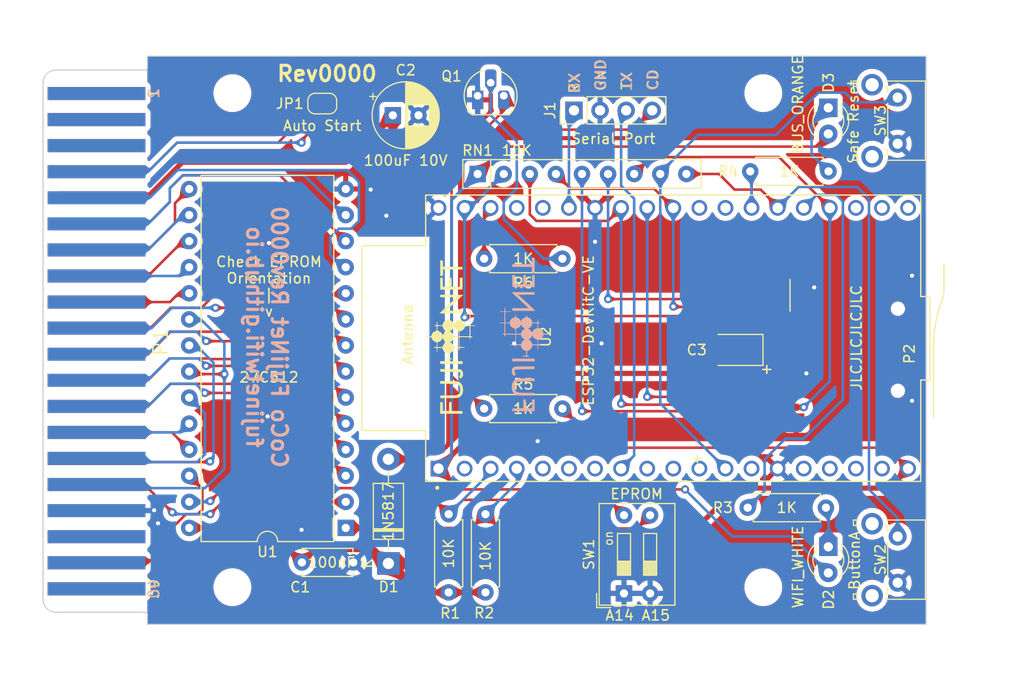
<source format=kicad_pcb>
(kicad_pcb (version 20240108) (generator "pcbnew") (generator_version "8.0")
  (title_block (title "CoCo FujiNet") (date "2024-08-25") (rev "Rev 0000"))
  (layers (0 "F.Cu" signal) (31 "B.Cu" signal) (34 "B.Paste" user) (35 "F.Paste" user) (36 "B.SilkS" user "B.Silkscreen") (37 "F.SilkS" user "F.Silkscreen") (38 "B.Mask" user) (39 "F.Mask" user) (44 "Edge.Cuts" user))
  (net 0 "")
  (net 1 "+3.3V")
  (net 2 "GND")
  (net 3 "+5V")
  (net 4 "Net-(D3-K)")
  (net 5 "/SER_PIN2_RX")
  (net 6 "/SER_PIN4_TX")
  (net 7 "/IO5{slash}SPI_CS")
  (net 8 "/IO23{slash}SPI_MOSI")
  (net 9 "/IO18{slash}SPI_CLK")
  (net 10 "/IO19{slash}SPI_MISO")
  (net 11 "/IO15{slash}CD")
  (net 12 "/IO2{slash}LED_WIFI")
  (net 13 "/IO4{slash}LED_BUS")
  (net 14 "/IO14{slash}SAFE_RESET")
  (net 16 "Net-(Q1-B)")
  (net 17 "Net-(U2-IO22)")
  (net 33 "/SER_PIN1_CD")
  (net 34 "/IO0{slash}BUTTON_A")
  (net 35 "/D0")
  (net 36 "/D1")
  (net 37 "/D2")
  (net 38 "/D3")
  (net 39 "/D4")
  (net 40 "/D5")
  (net 41 "/D6")
  (net 42 "/D7")
  (net 44 "/Q")
  (net 45 "/~{CART}")
  (net 46 "/A14")
  (net 47 "/A15")
  (net 48 "/CTS")
  (net 51 "/COCO_5V")
  (net 52 "Net-(D2-K)")
  (net 60 "Net-(P1-A0)")
  (net 61 "Net-(P1-A1)")
  (net 62 "Net-(P1-A2)")
  (net 63 "Net-(P1-A3)")
  (net 64 "Net-(P1-A4)")
  (net 65 "Net-(P1-A5)")
  (net 66 "Net-(P1-A6)")
  (net 67 "Net-(P1-A7)")
  (net 68 "Net-(P1-A8)")
  (net 69 "Net-(P1-A9)")
  (net 70 "Net-(P1-A10)")
  (net 71 "Net-(P1-A11)")
  (net 72 "Net-(P1-A12)")
  (net 75 "Net-(P1-A13)")
  (net 79 "Net-(P2-DAT2)")
  (net 80 "Net-(P2-DAT1)")
  (footprint "Package_DIP:DIP-28_W15.24mm" (layer "F.Cu") (at 127.493 108.1445 180)
    (property "Reference" "U1")
    (property "Value" "27C512")
  )
  (footprint "LED_THT:LED_D3.0mm" (layer "F.Cu") (at 174.478 109.9872 -90)
    (property "Reference" "D2")
    (property "Value" "WIFI_WHITE")
  )
  (footprint "Button_Switch_THT:SW_Tactile_SPST_Angled_PTS645Vx58-2LFS" (layer "F.Cu") (at 181.229 108.9872 -90)
    (property "Reference" "SW2")
    (property "Value" "ButtonA")
  )
  (footprint "Button_Switch_THT:SW_DIP_SPSTx02_Slide_9.78x7.26mm_W7.62mm_P2.54mm" (layer "F.Cu") (at 154.5844 114.5286 90)
    (property "Reference" "SW1")
    (property "Value" "EPROM")
  )
  (footprint "Connector_PinHeader_2.54mm:PinHeader_1x04_P2.54mm_Vertical" (layer "F.Cu") (at 149.713 67.4645 90)
    (property "Reference" "J1")
    (property "Value" "Serial Port")
  )
  (footprint "MountingHole:MountingHole_3.2mm_M3" (layer "F.Cu") (at 168.148 113.919 180)
    (property "Reference" "H1" (hide yes))
    (property "Value" "MountingHole" (hide yes))
  )
  (footprint "LED_THT:LED_D3.0mm" (layer "F.Cu") (at 174.478 67.2145 -90)
    (property "Reference" "D3")
    (property "Value" "BUS_ORANGE")
  )
  (footprint "Resistor_THT:R_Axial_DIN0207_L6.3mm_D2.5mm_P7.62mm_Horizontal" (layer "F.Cu") (at 137.5156 106.807 -90)
    (property "Reference" "R1")
    (property "Value" "10K")
  )
  (footprint "ESP32-DEVKITC-32U:MODULE_ESP32-DEVKITC-32U" (layer "F.Cu") (at 159.375 89.662 90)
    (property "Reference" "U2")
    (property "Value" "ESP32-DevKitC-VE")
  )
  (footprint "Resistor_THT:R_Axial_DIN0207_L6.3mm_D2.5mm_P7.62mm_Horizontal" (layer "F.Cu") (at 174.244 106.172 180)
    (property "Reference" "R3")
    (property "Value" "1K")
  )
  (footprint "Capacitor_THT:CP_Radial_D6.3mm_P2.50mm" (layer "F.Cu") (at 132.08 67.945)
    (property "Reference" "C2")
    (property "Value" "100uF 10V")
  )
  (footprint "Diode_THT:D_DO-41_SOD81_P10.16mm_Horizontal" (layer "F.Cu") (at 131.6482 111.6076 90)
    (property "Reference" "D1")
    (property "Value" "1N5817")
  )
  (footprint "Jumper:SolderJumper-2_P1.3mm_Open_RoundedPad1.0x1.5mm" (layer "F.Cu") (at 125.207 66.802 180)
    (property "Reference" "JP1")
    (property "Value" "Auto Start")
  )
  (footprint "Capacitor_Tantalum_SMD:CP_EIA-3528-15_AVX-H_Pad1.50x2.35mm_HandSolder" (layer "F.Cu") (at 165.481 90.805 180)
    (property "Reference" "C3")
    (property "Value" "47uF 10v")
  )
  (footprint "Resistor_THT:R_Axial_DIN0207_L6.3mm_D2.5mm_P7.62mm_Horizontal" (layer "F.Cu") (at 141.097 106.807 -90)
    (property "Reference" "R2")
    (property "Value" "10K")
  )
  (footprint "Resistor_THT:R_Axial_DIN0207_L6.3mm_D2.5mm_P7.62mm_Horizontal" (layer "F.Cu") (at 174.498 73.406 180)
    (property "Reference" "R4")
    (property "Value" "1K")
  )
  (footprint "Resistor_THT:R_Axial_DIN0207_L6.3mm_D2.5mm_P7.62mm_Horizontal" (layer "F.Cu") (at 140.97 96.52)
    (property "Reference" "R5")
    (property "Value" "1K")
  )
  (footprint "Button_Switch_THT:SW_Tactile_SPST_Angled_PTS645Vx58-2LFS" (layer "F.Cu") (at 181.229 66.2145 -90)
    (property "Reference" "SW3")
    (property "Value" "Safe Reset")
  )
  (footprint "MountingHole:MountingHole_3.2mm_M3" (layer "F.Cu") (at 116.459 113.919)
    (property "Reference" "H4" (hide yes))
    (property "Value" "MountingHole" (hide yes))
  )
  (footprint "MountingHole:MountingHole_3.2mm_M3" (layer "F.Cu") (at 116.459 65.786)
    (property "Reference" "H3" (hide yes))
    (property "Value" "MountingHole" (hide yes))
  )
  (footprint "Resistor_THT:R_Array_SIP9" (layer "F.Cu") (at 140.335 73.66)
    (property "Reference" "RN1")
    (property "Value" "10K")
  )
  (footprint "Capacitor_THT:C_Disc_D4.7mm_W2.5mm_P5.00mm" (layer "F.Cu") (at 123.23 111.506)
    (property "Reference" "C1")
    (property "Value" "100nF")
  )
  (footprint "MountingHole:MountingHole_3.2mm_M3" (layer "F.Cu") (at 168.148 65.786 180)
    (property "Reference" "H2" (hide yes))
    (property "Value" "MountingHole" (hide yes))
  )
  (footprint "Package_TO_SOT_THT:TO-92_HandSolder" (layer "F.Cu") (at 140.335 66.04)
    (property "Reference" "Q1")
    (property "Value" "2N3904")
  )
  (footprint "LOGO" (layer "F.Cu") (at 137.795 89.535 90)
    (property "Reference" "G***" (hide yes))
    (property "Value" "LOGO" (hide yes))
  )
  (footprint "Tersteeg:COCO-CART" (layer "F.Cu") (at 98.024 63.27975 -90)
    (property "Reference" "P1")
    (property "Value" "COCO-CART")
    (fp_line (start 1.524 0) (end 51.816 0) (stroke (width 0.127)) (layer "Edge.Cuts"))
    (fp_line (start 53.086 -1.27) (end 53.086 -9.906) (stroke (width 0.127)) (layer "Edge.Cuts"))
    (fp_line (start 0.254 -9.906) (end 0.254 -1.27) (stroke (width 0.127)) (layer "Edge.Cuts"))
    (fp_arc (start 1.524 0) (mid 0.625974 -0.371974) (end 0.254 -1.27) (stroke (width 0.127)) (layer "Edge.Cuts"))
    (fp_arc (start 53.086 -1.27) (mid 52.714026 -0.371974) (end 51.816 0) (stroke (width 0.127)) (layer "Edge.Cuts"))
    (fp_arc (start 53.086 -9.906) (mid 53.160395 -10.085605) (end 53.34 -10.16) (stroke (width 0.127)) (layer "Edge.Cuts"))
    (fp_arc (start 0 -10.16) (mid 0.179605 -10.085605) (end 0.254 -9.906) (stroke (width 0.127)) (layer "Edge.Cuts"))
  )
  (footprint "ST-TF-003A:SUNTECH_ST-TF-003A" (layer "F.Cu") (at 176.078 91.1065 90)
    (property "Reference" "P2")
    (property "Value" "ST-TF-003A")
  )
  (footprint "Resistor_THT:R_Axial_DIN0207_L6.3mm_D2.5mm_P7.62mm_Horizontal" (layer "F.Cu") (at 148.59 81.915 180)
    (property "Reference" "R6")
    (property "Value" "1K")
  )
  (footprint "LOGO" (layer "B.Cu") (at 144.78 89.281 90)
    (property "Reference" "G***" (hide yes))
    (property "Value" "LOGO" (hide yes))
  )
  (gr_line (start 108.184 117.5425) (end 108.184 116.61975) (stroke (width 0.1)) (layer "Edge.Cuts"))
  (gr_line (start 184.003 62.1705) (end 108.184 62.1705) (stroke (width 0.1)) (layer "Edge.Cuts"))
  (gr_line (start 184.003 117.5425) (end 184.003 62.1705) (stroke (width 0.1)) (layer "Edge.Cuts"))
  (gr_line (start 108.184 62.1705) (end 108.184 63.27975) (stroke (width 0.1)) (layer "Edge.Cuts"))
  (gr_line (start 184.003 117.5425) (end 108.184 117.5425) (stroke (width 0.1)) (layer "Edge.Cuts"))
  (gr_text "RX" (at 149.078 63.6945 -90) (layer "B.SilkS") (effects (font (size 1 1)) (justify right bottom mirror)))
  (gr_text "CoCo FujiNet Rev0000\nfujinetwifi.github.io" (at 117.729 89.535 270) (layer "B.SilkS") (effects (font (size 1.5 1.5) (thickness 0.3) (bold yes)) (justify bottom mirror)))
  (gr_text "GND" (at 151.618 65.5995 -90) (layer "B.SilkS") (effects (font (size 1 1)) (justify left bottom mirror)))
  (gr_text "CD" (at 156.698 63.4405 -90) (layer "B.SilkS") (effects (font (size 1 1)) (justify right bottom mirror)))
  (gr_text "TX" (at 154.158 63.6945 -90) (layer "B.SilkS") (effects (font (size 1 1)) (justify right bottom mirror)))
  (gr_text "Check EPROM\nOrientation\n|\nv" (at 120.015 87.63 0) (layer "F.SilkS") (effects (font (size 1 1)) (justify bottom)))
  (gr_text "Antenna" (at 134.112 92.329 90) (layer "F.SilkS") (effects (font (size 1 1)) (justify left bottom)))
  (gr_text "+" (at 161.7272 101.4643 180) (layer "F.SilkS") (effects (font (size 1 1))))
  (gr_text "+" (at 167.767 93.218 0) (layer "F.SilkS") (effects (font (size 1 1)) (justify left bottom)))
  (gr_text "A14 A15" (at 152.6794 117.2464 0) (layer "F.SilkS") (effects (font (size 1 1)) (justify left bottom)))
  (gr_text "CD" (at 157.988 63.373 90) (layer "F.SilkS") (effects (font (size 1 1)) (justify right bottom)))
  (gr_text "GND" (at 152.908 65.659 90) (layer "F.SilkS") (effects (font (size 1 1)) (justify left bottom)))
  (gr_text "RX" (at 150.368 63.754 90) (layer "F.SilkS") (effects (font (size 1 1)) (justify right bottom)))
  (gr_text "JLCJLCJLCJLC" (at 177.8 94.869 90) (layer "F.SilkS") (effects (font (size 1 1)) (justify left bottom)))
  (gr_text "Rev0000" (at 120.65 64.77 0) (layer "F.SilkS") (effects (font (size 1.5 1.5) (thickness 0.3) (bold yes)) (justify left bottom)))
  (gr_text "TX" (at 155.448 63.627 90) (layer "F.SilkS") (effects (font (size 1 1)) (justify right bottom)))
  (segment (start 167.233 90.932) (end 170.5395 90.932) (width 0.5) (layer "F.Cu") (net 1))
  (segment (start 143.002 70.993) (end 140.335 73.66) (width 0.25) (layer "F.Cu") (net 1))
  (segment (start 139.827 99.06) (end 136.525 102.362) (width 0.5) (layer "F.Cu") (net 1))
  (segment (start 167.106 90.805) (end 164.82 93.091) (width 0.5) (layer "F.Cu") (net 1))
  (segment (start 138.557 104.394) (end 160.528 104.394) (width 0.25) (layer "F.Cu") (net 1))
  (segment (start 136.525 102.362) (end 138.557 104.394) (width 0.25) (layer "F.Cu") (net 1))
  (segment (start 142.24 99.06) (end 139.827 99.06) (width 0.5) (layer "F.Cu") (net 1))
  (segment (start 173.2395 70.993) (end 143.002 70.993) (width 0.25) (layer "F.Cu") (net 1))
  (segment (start 148.209 93.091) (end 142.24 99.06) (width 0.5) (layer "F.Cu") (net 1))
  (segment (start 164.82 93.091) (end 148.209 93.091) (width 0.5) (layer "F.Cu") (net 1))
  (segment (start 174.188 70.0445) (end 173.2395 70.993) (width 0.25) (layer "F.Cu") (net 1))
  (via (at 160.528 104.394) (size 0.8) (drill 0.4) (layers "F.Cu" "B.Cu") (net 1))
  (segment (start 165.1 108.966) (end 170.9168 108.966) (width 0.25) (layer "B.Cu") (net 1))
  (segment (start 136.525 102.362) (end 137.795 101.092) (width 0.3) (layer "B.Cu") (net 1))
  (segment (start 137.795 101.092) (end 137.795 76.2) (width 0.3) (layer "B.Cu") (net 1))
  (segment (start 137.795 76.2) (end 140.335 73.66) (width 0.3) (layer "B.Cu") (net 1))
  (segment (start 170.9168 108.966) (end 174.478 112.5272) (width 0.25) (layer "B.Cu") (net 1))
  (segment (start 160.528 104.394) (end 165.1 108.966) (width 0.25) (layer "B.Cu") (net 1))
  (via (at 173.101 84.709) (size 0.8) (drill 0.4) (layers "F.Cu" "B.Cu") (net 2))
  (via (at 119.888 97.282) (size 0.8) (drill 0.4) (layers "F.Cu" "B.Cu") (net 2))
  (via (at 129.921 75.184) (size 0.8) (drill 0.4) (layers "F.Cu" "B.Cu") (net 2))
  (via (at 151.765 80.264) (size 0.8) (drill 0.4) (layers "F.Cu" "B.Cu") (net 2))
  (via (at 120.015 80.391) (size 0.8) (drill 0.4) (layers "F.Cu" "B.Cu") (net 2))
  (via (at 123.19 108.331) (size 0.8) (drill 0.4) (layers "F.Cu" "B.Cu") (net 2))
  (via (at 109.22 107.696) (size 0.8) (drill 0.4) (layers "F.Cu" "B.Cu") (net 2))
  (via (at 146.177 99.695) (size 0.8) (drill 0.4) (layers "F.Cu" "B.Cu") (net 2))
  (via (at 182.626 95.758) (size 0.8) (drill 0.4) (layers "F.Cu" "B.Cu") (net 2))
  (via (at 182.626 83.566) (size 0.8) (drill 0.4) (layers "F.Cu" "B.Cu") (net 2))
  (via (at 152.4 90.17) (size 0.8) (drill 0.4) (layers "F.Cu" "B.Cu") (net 2))
  (via (at 143.891 90.17) (size 0.8) (drill 0.4) (layers "F.Cu" "B.Cu") (net 2))
  (via (at 131.445 77.724) (size 0.8) (drill 0.4) (layers "F.Cu" "B.Cu") (net 2))
  (via (at 108.839 106.426) (size 0.8) (drill 0.4) (layers "F.Cu" "B.Cu") (net 2))
  (via (at 172.339 93.091) (size 0.8) (drill 0.4) (layers "F.Cu" "B.Cu") (net 2))
  (segment (start 151.765 76.962) (end 151.765 80.264) (width 0.5) (layer "B.Cu") (net 2))
  (segment (start 152.4 100.33) (end 148.59 96.52) (width 0.25) (layer "F.Cu") (net 3))
  (segment (start 131.6482 111.6076) (end 134.4676 114.427) (width 0.5) (layer "F.Cu") (net 3))
  (segment (start 180.213 100.33) (end 152.4 100.33) (width 0.25) (layer "F.Cu") (net 3))
  (segment (start 123.23 111.506) (end 124.48 110.256) (width 0.5) (layer "F.Cu") (net 3))
  (segment (start 130.2966 110.256) (end 131.6482 111.6076) (width 0.5) (layer "F.Cu") (net 3))
  (segment (start 165.5318 104.267) (end 180.34 104.267) (width 0.5) (layer "F.Cu") (net 3))
  (segment (start 180.34 104.267) (end 182.245 102.362) (width 0.5) (layer "F.Cu") (net 3))
  (segment (start 158.1912 111.6076) (end 165.5318 104.267) (width 0.5) (layer "F.Cu") (net 3))
  (segment (start 137.5156 114.427) (end 141.097 114.427) (width 0.5) (layer "F.Cu") (net 3))
  (segment (start 131.6482 111.6076) (end 158.1912 111.6076) (width 0.5) (layer "F.Cu") (net 3))
  (segment (start 124.48 110.256) (end 130.2966 110.256) (width 0.5) (layer "F.Cu") (net 3))
  (segment (start 134.4676 114.427) (end 137.5156 114.427) (width 0.5) (layer "F.Cu") (net 3))
  (segment (start 112.253 108.1445) (end 119.8285 108.1445) (width 0.5) (layer "F.Cu") (net 3))
  (segment (start 123.19 111.506) (end 123.23 111.506) (width 0.5) (layer "F.Cu") (net 3))
  (segment (start 119.8285 108.1445) (end 123.19 111.506) (width 0.5) (layer "F.Cu") (net 3))
  (segment (start 182.245 102.362) (end 180.213 100.33) (width 0.25) (layer "F.Cu") (net 3))
  (segment (start 172.847 71.755) (end 172.847 68.8455) (width 0.25) (layer "B.Cu") (net 4))
  (segment (start 174.498 73.406) (end 172.847 71.755) (width 0.25) (layer "B.Cu") (net 4))
  (segment (start 172.847 68.8455) (end 174.188 67.5045) (width 0.25) (layer "B.Cu") (net 4))
  (segment (start 149.225 76.962) (end 149.225 67.9525) (width 0.25) (layer "B.Cu") (net 5))
  (segment (start 149.225 67.9525) (end 149.713 67.4645) (width 0.25) (layer "B.Cu") (net 5))
  (segment (start 155.575 101.092) (end 155.575 76.073) (width 0.25) (layer "B.Cu") (net 6))
  (segment (start 154.305 74.803) (end 154.305 67.9525) (width 0.25) (layer "B.Cu") (net 6))
  (segment (start 154.305 67.9525) (end 154.793 67.4645) (width 0.25) (layer "B.Cu") (net 6))
  (segment (start 155.575 76.073) (end 154.305 74.803) (width 0.25) (layer "B.Cu") (net 6))
  (segment (start 154.305 102.362) (end 155.575 101.092) (width 0.25) (layer "B.Cu") (net 6))
  (segment (start 159.385 86.577) (end 159.422 86.614) (width 0.25) (layer "F.Cu") (net 7))
  (segment (start 157.517 75.094) (end 149.389 75.094) (width 0.25) (layer "F.Cu") (net 7))
  (segment (start 159.422 86.614) (end 167.9755 86.614) (width 0.25) (layer "F.Cu") (net 7))
  (segment (start 170.048 88.6865) (end 170.748 88.6865) (width 0.25) (layer "F.Cu") (net 7))
  (segment (start 167.9755 86.614) (end 170.048 88.6865) (width 0.25) (layer "F.Cu") (net 7))
  (segment (start 159.385 76.962) (end 157.517 75.094) (width 0.25) (layer "F.Cu") (net 7))
  (segment (start 149.389 75.094) (end 147.955 73.66) (width 0.25) (layer "F.Cu") (net 7))
  (via (at 159.385 86.577) (size 0.8) (drill 0.4) (layers "F.Cu" "B.Cu") (net 7))
  (segment (start 159.385 86.577) (end 159.385 76.962) (width 0.25) (layer "B.Cu") (net 7))
  (segment (start 139.192 87.503) (end 167.64 87.503) (width 0.25) (layer "F.Cu") (net 8))
  (segment (start 169.9235 89.7865) (end 170.748 89.7865) (width 0.25) (layer "F.Cu") (net 8))
  (segment (start 167.64 87.503) (end 169.9235 89.7865) (width 0.25) (layer "F.Cu") (net 8))
  (segment (start 139.065 87.63) (end 139.192 87.503) (width 0.25) (layer "F.Cu") (net 8))
  (via (at 139.065 87.63) (size 0.8) (drill 0.4) (layers "F.Cu" "B.Cu") (net 8))
  (segment (start 139.065 87.63) (end 139.065 76.962) (width 0.25) (layer "B.Cu") (net 8))
  (segment (start 139.573 76.962) (end 142.875 73.66) (width 0.25) (layer "B.Cu") (net 8))
  (segment (start 156.845 95.377) (end 166.3075 95.377) (width 0.25) (layer "F.Cu") (net 9))
  (segment (start 169.698 91.9865) (end 170.748 91.9865) (width 0.25) (layer "F.Cu") (net 9))
  (segment (start 166.3075 95.377) (end 169.698 91.9865) (width 0.25) (layer "F.Cu") (net 9))
  (via (at 156.845 95.377) (size 0.8) (drill 0.4) (layers "F.Cu" "B.Cu") (net 9))
  (segment (start 156.845 95.377) (end 156.845 76.962) (width 0.25) (layer "B.Cu") (net 9))
  (segment (start 154.305 96.049) (end 154.395 96.139) (width 0.25) (layer "F.Cu") (net 10))
  (segment (start 166.624 96.139) (end 168.5765 94.1865) (width 0.25) (layer "F.Cu") (net 10))
  (segment (start 154.305 76.962) (end 153.035 78.232) (width 0.25) (layer "F.Cu") (net 10))
  (segment (start 154.395 96.139) (end 166.624 96.139) (width 0.25) (layer "F.Cu") (net 10))
  (segment (start 168.5765 94.1865) (end 170.748 94.1865) (width 0.25) (layer "F.Cu") (net 10))
  (segment (start 146.05 78.232) (end 145.415 77.597) (width 0.25) (layer "F.Cu") (net 10))
  (segment (start 145.415 77.597) (end 145.415 73.66) (width 0.25) (layer "F.Cu") (net 10))
  (segment (start 153.035 78.232) (end 146.05 78.232) (width 0.25) (layer "F.Cu") (net 10))
  (via (at 154.305 96.049) (size 0.8) (drill 0.4) (layers "F.Cu" "B.Cu") (net 10))
  (segment (start 154.305 96.049) (end 154.305 76.962) (width 0.25) (layer "B.Cu") (net 10))
  (segment (start 157.226 72.009) (end 155.575 73.66) (width 0.25) (layer "F.Cu") (net 11))
  (segment (start 174.625 76.962) (end 169.672 72.009) (width 0.25) (layer "F.Cu") (net 11))
  (segment (start 169.672 72.009) (end 157.226 72.009) (width 0.25) (layer "F.Cu") (net 11))
  (segment (start 172.084998 96.3865) (end 172.085 96.386498) (width 0.25) (layer "F.Cu") (net 11))
  (segment (start 170.748 96.3865) (end 172.084998 96.3865) (width 0.25) (layer "F.Cu") (net 11))
  (via (at 172.085 96.386498) (size 0.8) (drill 0.4) (layers "F.Cu" "B.Cu") (net 11))
  (segment (start 174.625 93.846498) (end 174.625 76.962) (width 0.25) (layer "B.Cu") (net 11))
  (segment (start 172.085 96.386498) (end 174.625 93.846498) (width 0.25) (layer "B.Cu") (net 11))
  (segment (start 172.085 76.962) (end 173.355 75.692) (width 0.25) (layer "B.Cu") (net 12))
  (segment (start 170.307 99.441) (end 168.275 101.473) (width 0.25) (layer "B.Cu") (net 12))
  (segment (start 175.256493 75.692) (end 175.895 76.330507) (width 0.25) (layer "B.Cu") (net 12))
  (segment (start 175.895 76.330507) (end 175.895 95.631) (width 0.25) (layer "B.Cu") (net 12))
  (segment (start 172.085 99.441) (end 170.307 99.441) (width 0.25) (layer "B.Cu") (net 12))
  (segment (start 168.275 101.473) (end 168.275 104.521) (width 0.25) (layer "B.Cu") (net 12))
  (segment (start 173.355 75.692) (end 175.256493 75.692) (width 0.25) (layer "B.Cu") (net 12))
  (segment (start 168.275 104.521) (end 166.624 106.172) (width 0.25) (layer "B.Cu") (net 12))
  (segment (start 175.895 95.631) (end 172.085 99.441) (width 0.25) (layer "B.Cu") (net 12))
  (segment (start 167.005 76.962) (end 167.005 73.533) (width 0.25) (layer "B.Cu") (net 13))
  (segment (start 158.115 73.533) (end 161.798 69.85) (width 0.25) (layer "B.Cu") (net 14))
  (segment (start 161.798 69.85) (end 169.3925 69.85) (width 0.25) (layer "B.Cu") (net 14))
  (segment (start 173.5073 65.7352) (end 176.0982 65.7352) (width 0.25) (layer "B.Cu") (net 14))
  (segment (start 158.115 96.012) (end 164.465 102.362) (width 0.25) (layer "B.Cu") (net 14))
  (segment (start 169.3925 69.85) (end 173.5073 65.7352) (width 0.25) (layer "B.Cu") (net 14))
  (segment (start 158.115 73.66) (end 158.115 96.012) (width 0.25) (layer "B.Cu") (net 14))
  (segment (start 177.038 66.675) (end 180.7685 66.675) (width 0.25) (layer "B.Cu") (net 14))
  (segment (start 158.115 73.66) (end 158.115 73.533) (width 0.25) (layer "B.Cu") (net 14))
  (segment (start 176.0982 65.7352) (end 177.038 66.675) (width 0.25) (layer "B.Cu") (net 14))
  (segment (start 142.875 76.330507) (end 144.145 75.060507) (width 0.25) (layer "B.Cu") (net 16))
  (segment (start 148.59 81.915) (end 146.754315 81.915) (width 0.25) (layer "B.Cu") (net 16))
  (segment (start 141.605 67.945) (end 141.605 64.77) (width 0.25) (layer "B.Cu") (net 16))
  (segment (start 144.145 75.060507) (end 144.145 70.485) (width 0.25) (layer "B.Cu") (net 16))
  (segment (start 146.754315 81.915) (end 142.875 78.035685) (width 0.25) (layer "B.Cu") (net 16))
  (segment (start 144.145 70.485) (end 141.605 67.945) (width 0.25) (layer "B.Cu") (net 16))
  (segment (start 142.875 78.035685) (end 142.875 76.330507) (width 0.25) (layer "B.Cu") (net 16))
  (segment (start 140.97 77.597) (end 140.97 81.915) (width 0.25) (layer "F.Cu") (net 17))
  (segment (start 141.605 76.962) (end 140.97 77.597) (width 0.25) (layer "F.Cu") (net 17))
  (segment (start 155.4555 69.342) (end 157.333 67.4645) (width 0.25) (layer "F.Cu") (net 33))
  (segment (start 142.875 66.04) (end 146.177 69.342) (width 0.25) (layer "F.Cu") (net 33))
  (segment (start 140.97 96.52) (end 137.795 93.345) (width 0.25) (layer "F.Cu") (net 33))
  (segment (start 146.177 69.342) (end 155.4555 69.342) (width 0.25) (layer "F.Cu") (net 33))
  (segment (start 137.795 93.345) (end 137.795 72.5805) (width 0.25) (layer "F.Cu") (net 33))
  (segment (start 142.875 67.5005) (end 142.875 66.04) (width 0.25) (layer "F.Cu") (net 33))
  (segment (start 137.795 72.5805) (end 142.875 67.5005) (width 0.25) (layer "F.Cu") (net 33))
  (segment (start 167.894 75.184) (end 165.354 75.184) (width 0.25) (layer "F.Cu") (net 34))
  (segment (start 169.545 76.835) (end 167.894 75.184) (width 0.25) (layer "F.Cu") (net 34))
  (segment (start 165.354 75.184) (end 163.83 73.66) (width 0.25) (layer "F.Cu") (net 34))
  (segment (start 169.545 76.962) (end 169.545 76.835) (width 0.25) (layer "F.Cu") (net 34))
  (segment (start 163.83 73.66) (end 160.655 73.66) (width 0.25) (layer "F.Cu") (net 34))
  (segment (start 171.577 74.93) (end 177.292 74.93) (width 0.25) (layer "B.Cu") (net 34))
  (segment (start 178.435 76.073) (end 178.435 104.394) (width 0.25) (layer "B.Cu") (net 34))
  (segment (start 178.435 104.394) (end 181.229 107.188) (width 0.25) (layer "B.Cu") (net 34))
  (segment (start 181.229 107.188) (end 181.229 109.038) (width 0.25) (layer "B.Cu") (net 34))
  (segment (start 169.545 76.962) (end 171.577 74.93) (width 0.25) (layer "B.Cu") (net 34))
  (segment (start 177.292 74.93) (end 178.435 76.073) (width 0.25) (layer "B.Cu") (net 34))
  (segment (start 128.778 78.232) (end 128.016 78.994) (width 0.25) (layer "B.Cu") (net 35))
  (segment (start 128.778 74.422) (end 128.778 78.232) (width 0.25) (layer "B.Cu") (net 35))
  (segment (start 127.1945 82.7445) (end 127.742 82.7445) (width 0.25) (layer "B.Cu") (net 35))
  (segment (start 103.231 75.97975) (end 108.42425 75.97975) (width 0.25) (layer "B.Cu") (net 35))
  (segment (start 125.984 81.534) (end 127.1945 82.7445) (width 0.25) (layer "B.Cu") (net 35))
  (segment (start 125.984 79.832509) (end 125.984 81.534) (width 0.25) (layer "B.Cu") (net 35))
  (segment (start 108.42425 75.97975) (end 111.125 73.279) (width 0.25) (layer "B.Cu") (net 35))
  (segment (start 126.822509 78.994) (end 125.984 79.832509) (width 0.25) (layer "B.Cu") (net 35))
  (segment (start 128.016 78.994) (end 126.822509 78.994) (width 0.25) (layer "B.Cu") (net 35))
  (segment (start 127.635 73.279) (end 128.778 74.422) (width 0.25) (layer "B.Cu") (net 35))
  (segment (start 111.125 73.279) (end 127.635 73.279) (width 0.25) (layer "B.Cu") (net 35))
  (segment (start 121.0755 73.787) (end 127.493 80.2045) (width 0.25) (layer "F.Cu") (net 36))
  (segment (start 109.4538 77.30945) (end 109.4538 77.287304) (width 0.25) (layer "F.Cu") (net 36))
  (segment (start 109.4538 77.287304) (end 110.363 76.378104) (width 0.25) (layer "F.Cu") (net 36))
  (segment (start 103.231 78.51975) (end 108.2435 78.51975) (width 0.25) (layer "F.Cu") (net 36))
  (segment (start 110.363 75.057) (end 111.633 73.787) (width 0.25) (layer "F.Cu") (net 36))
  (segment (start 108.2435 78.51975) (end 109.4538 77.30945) (width 0.25) (layer "F.Cu") (net 36))
  (segment (start 111.633 73.787) (end 121.0755 73.787) (width 0.25) (layer "F.Cu") (net 36))
  (segment (start 110.363 76.378104) (end 110.363 75.057) (width 0.25) (layer "F.Cu") (net 36))
  (segment (start 108.2435 78.51975) (end 110.363 76.40025) (width 0.25) (layer "B.Cu") (net 37))
  (segment (start 110.363 75.057) (end 111.633 73.787) (width 0.25) (layer "B.Cu") (net 37))
  (segment (start 111.633 73.787) (end 123.444 73.787) (width 0.25) (layer "B.Cu") (net 37))
  (segment (start 110.363 76.40025) (end 110.363 75.057) (width 0.25) (layer "B.Cu") (net 37))
  (segment (start 103.231 78.51975) (end 108.2435 78.51975) (width 0.25) (layer "B.Cu") (net 37))
  (segment (start 123.444 73.787) (end 127.3215 77.6645) (width 0.25) (layer "B.Cu") (net 37))
  (segment (start 110.871 78.43225) (end 108.2435 81.05975) (width 0.25) (layer "F.Cu") (net 38))
  (segment (start 110.871 76.5065) (end 110.871 78.43225) (width 0.25) (layer "F.Cu") (net 38))
  (segment (start 108.2435 81.05975) (end 103.231 81.05975) (width 0.25) (layer "F.Cu") (net 38))
  (segment (start 112.253 75.1245) (end 110.871 76.5065) (width 0.25) (layer "F.Cu") (net 38))
  (segment (start 108.2435 81.05975) (end 103.231 81.05975) (width 0.25) (layer "B.Cu") (net 39))
  (segment (start 111.63875 77.6645) (end 108.2435 81.05975) (width 0.25) (layer "B.Cu") (net 39))
  (segment (start 111.63875 80.2045) (end 108.2435 83.59975) (width 0.25) (layer "F.Cu") (net 40))
  (segment (start 108.2435 83.59975) (end 103.231 83.59975) (width 0.25) (layer "F.Cu") (net 40))
  (segment (start 112.253 82.7445) (end 111.39775 83.59975) (width 0.25) (layer "B.Cu") (net 41))
  (segment (start 111.39775 83.59975) (end 103.231 83.59975) (width 0.25) (layer "B.Cu") (net 41))
  (segment (start 111.230604 85.2845) (end 110.375354 86.13975) (width 0.25) (layer "F.Cu") (net 42))
  (segment (start 110.375354 86.13975) (end 103.231 86.13975) (width 0.25) (layer "F.Cu") (net 42))
  (segment (start 112.253 85.2845) (end 111.230604 85.2845) (width 0.25) (layer "F.Cu") (net 42))
  (segment (start 124.557 66.963) (end 124.557 66.802) (width 0.25) (layer "F.Cu") (net 44))
  (segment (start 111.07125 70.612) (end 120.908 70.612) (width 0.25) (layer "F.Cu") (net 44))
  (segment (start 108.2435 73.43975) (end 111.07125 70.612) (width 0.25) (layer "F.Cu") (net 44))
  (segment (start 103.231 73.43975) (end 108.2435 73.43975) (width 0.25) (layer "F.Cu") (net 44))
  (segment (start 120.908 70.612) (end 124.557 66.963) (width 0.25) (layer "F.Cu") (net 44))
  (segment (start 125.857 67.713) (end 125.857 66.802) (width 0.25) (layer "F.Cu") (net 45))
  (segment (start 123.19 70.612653) (end 123.19 70.38) (width 0.25) (layer "F.Cu") (net 45))
  (segment (start 123.19 70.38) (end 125.857 67.713) (width 0.25) (layer "F.Cu") (net 45))
  (via (at 123.19 70.612653) (size 0.8) (drill 0.4) (layers "F.Cu" "B.Cu") (net 45))
  (segment (start 123.19 70.612653) (end 123.177347 70.6) (width 0.25) (layer "B.Cu") (net 45))
  (segment (start 111.08325 70.6) (end 108.2435 73.43975) (width 0.25) (layer "B.Cu") (net 45))
  (segment (start 123.177347 70.6) (end 111.08325 70.6) (width 0.25) (layer "B.Cu") (net 45))
  (segment (start 108.2435 73.43975) (end 103.231 73.43975) (width 0.25) (layer "B.Cu") (net 45))
  (segment (start 137.5156 106.807) (end 138.9126 105.41) (width 0.25) (layer "F.Cu") (net 46))
  (segment (start 134.9756 104.267) (end 137.5156 106.807) (width 0.25) (layer "F.Cu") (net 46))
  (segment (start 153.0858 105.41) (end 154.5844 106.9086) (width 0.25) (layer "F.Cu") (net 46))
  (segment (start 138.9126 105.41) (end 153.0858 105.41) (width 0.25) (layer "F.Cu") (net 46))
  (segment (start 114.3 105.537) (end 115.57 104.267) (width 0.25) (layer "F.Cu") (net 46))
  (segment (start 115.57 104.267) (end 134.9756 104.267) (width 0.25) (layer "F.Cu") (net 46))
  (via (at 114.3 105.537) (size 0.8) (drill 0.4) (layers "F.Cu" "B.Cu") (net 46))
  (segment (start 112.253 105.6045) (end 114.2325 105.6045) (width 0.25) (layer "B.Cu") (net 46))
  (segment (start 141.605 102.7176) (end 141.605 102.362) (width 0.25) (layer "B.Cu") (net 46))
  (segment (start 114.2325 105.6045) (end 114.3 105.537) (width 0.25) (layer "B.Cu") (net 46))
  (segment (start 137.5156 106.807) (end 141.605 102.7176) (width 0.25) (layer "B.Cu") (net 46))
  (segment (start 127.493 108.1445) (end 139.7595 108.1445) (width 0.25) (layer "F.Cu") (net 47))
  (segment (start 155.829 108.204) (end 157.1244 106.9086) (width 0.25) (layer "F.Cu") (net 47))
  (segment (start 141.097 106.807) (end 142.494 108.204) (width 0.25) (layer "F.Cu") (net 47))
  (segment (start 139.7595 108.1445) (end 141.097 106.807) (width 0.25) (layer "F.Cu") (net 47))
  (segment (start 142.494 108.204) (end 155.829 108.204) (width 0.25) (layer "F.Cu") (net 47))
  (segment (start 141.097 106.807) (end 144.145 103.759) (width 0.25) (layer "B.Cu") (net 47))
  (segment (start 144.145 103.759) (end 144.145 102.362) (width 0.25) (layer "B.Cu") (net 47))
  (segment (start 115.677 93.1585) (end 112.507 93.1585) (width 0.25) (layer "F.Cu") (net 48))
  (via (at 115.677 93.1585) (size 0.8) (drill 0.4) (layers "F.Cu" "B.Cu") (net 48))
  (segment (start 113.38437 87.8245) (end 115.677 90.11713) (width 0.25) (layer "B.Cu") (net 48))
  (segment (start 112.253 87.8245) (end 113.38437 87.8245) (width 0.25) (layer "B.Cu") (net 48))
  (segment (start 115.677 93.1585) (end 115.677 102.382) (width 0.25) (layer "B.Cu") (net 48))
  (segment (start 115.677 90.11713) (end 115.677 93.1585) (width 0.25) (layer "B.Cu") (net 48))
  (segment (start 103.57825 104.267) (end 103.231 103.91975) (width 0.25) (layer "B.Cu") (net 48))
  (segment (start 115.677 102.382) (end 113.792 104.267) (width 0.25) (layer "B.Cu") (net 48))
  (segment (start 113.792 104.267) (end 103.57825 104.267) (width 0.25) (layer "B.Cu") (net 48))
  (segment (start 134.74065 101.4476) (end 131.6482 101.4476) (width 0.5) (layer "F.Cu") (net 51))
  (segment (start 136.525 79.375) (end 136.525 99.66325) (width 0.5) (layer "F.Cu") (net 51))
  (segment (start 127.508 72.517) (end 132.08 67.945) (width 0.5) (layer "F.Cu") (net 51))
  (segment (start 104.374 75.97975) (end 108.1305 75.97975) (width 0.5) (layer "F.Cu") (net 51))
  (segment (start 111.59325 72.517) (end 127.508 72.517) (width 0.5) (layer "F.Cu") (net 51))
  (segment (start 132.08 67.945) (end 132.08 74.93) (width 0.5) (layer "F.Cu") (net 51))
  (segment (start 132.08 74.93) (end 136.525 79.375) (width 0.5) (layer "F.Cu") (net 51))
  (segment (start 136.525 99.66325) (end 134.74065 101.4476) (width 0.5) (layer "F.Cu") (net 51))
  (segment (start 108.1305 75.97975) (end 111.59325 72.517) (width 0.5) (layer "F.Cu") (net 51))
  (segment (start 174.498 106.426) (end 174.498 110.0295) (width 0.25) (layer "B.Cu") (net 52))
  (segment (start 114.736745 85.4115) (end 113.448745 86.6995) (width 0.25) (layer "F.Cu") (net 60))
  (segment (start 113.448745 86.6995) (end 110.452 86.6995) (width 0.25) (layer "F.Cu") (net 60))
  (segment (start 110.452 86.6995) (end 108.47175 88.67975) (width 0.25) (layer "F.Cu") (net 60))
  (segment (start 108.47175 88.67975) (end 103.231 88.67975) (width 0.25) (layer "F.Cu") (net 60))
  (segment (start 127.366 85.4115) (end 114.736745 85.4115) (width 0.25) (layer "F.Cu") (net 60))
  (segment (start 126.35 86.6815) (end 127.493 87.8245) (width 0.25) (layer "F.Cu") (net 61))
  (segment (start 114.808 86.6995) (end 126.327 86.6995) (width 0.25) (layer "F.Cu") (net 61))
  (segment (start 126.327 86.6995) (end 126.345 86.6815) (width 0.25) (layer "F.Cu") (net 61))
  (segment (start 126.345 86.6815) (end 126.35 86.6815) (width 0.25) (layer "F.Cu") (net 61))
  (via (at 114.808 86.6995) (size 0.8) (drill 0.4) (layers "F.Cu" "B.Cu") (net 61))
  (segment (start 110.562809 86.6995) (end 108.582559 88.67975) (width 0.25) (layer "B.Cu") (net 61))
  (segment (start 114.808 86.6995) (end 110.562809 86.6995) (width 0.25) (layer "B.Cu") (net 61))
  (segment (start 108.582559 88.67975) (end 103.231 88.67975) (width 0.25) (layer "B.Cu") (net 61))
  (segment (start 108.2435 91.21975) (end 110.43625 89.027) (width 0.25) (layer "F.Cu") (net 62))
  (segment (start 110.43625 89.027) (end 126.1555 89.027) (width 0.25) (layer "F.Cu") (net 62))
  (segment (start 103.231 91.21975) (end 108.2435 91.21975) (width 0.25) (layer "F.Cu") (net 62))
  (segment (start 126.1555 89.027) (end 127.493 90.3645) (width 0.25) (layer "F.Cu") (net 62))
  (segment (start 125.292 89.9465) (end 126.238 90.8925) (width 0.25) (layer "F.Cu") (net 63))
  (segment (start 113.899 89.9465) (end 125.292 89.9465) (width 0.25) (layer "F.Cu") (net 63))
  (segment (start 126.238 91.6495) (end 127.493 92.9045) (width 0.25) (layer "F.Cu") (net 63))
  (segment (start 126.238 90.8925) (end 126.238 91.6495) (width 0.25) (layer "F.Cu") (net 63))
  (via (at 113.899 89.9465) (size 0.8) (drill 0.4) (layers "F.Cu" "B.Cu") (net 63))
  (segment (start 103.231 91.21975) (end 108.17025 91.21975) (width 0.25) (layer "B.Cu") (net 63))
  (segment (start 110.363 89.027) (end 112.9795 89.027) (width 0.25) (layer "B.Cu") (net 63))
  (segment (start 108.17025 91.21975) (end 110.363 89.027) (width 0.25) (layer "B.Cu") (net 63))
  (segment (start 112.9795 89.027) (end 113.899 89.9465) (width 0.25) (layer "B.Cu") (net 63))
  (segment (start 114.199305 91.6345) (end 114.258805 91.694) (width 0.25) (layer "F.Cu") (net 64))
  (segment (start 103.231 93.75975) (end 108.2435 93.75975) (width 0.25) (layer "F.Cu") (net 64))
  (segment (start 126.238 92.285896) (end 126.238 94.1895) (width 0.25) (layer "F.Cu") (net 64))
  (segment (start 126.238 94.1895) (end 127.493 95.4445) (width 0.25) (layer "F.Cu") (net 64))
  (segment (start 108.2435 93.75975) (end 110.36875 91.6345) (width 0.25) (layer "F.Cu") (net 64))
  (segment (start 125.646104 91.694) (end 126.238 92.285896) (width 0.25) (layer "F.Cu") (net 64))
  (segment (start 110.36875 91.6345) (end 114.199305 91.6345) (width 0.25) (layer "F.Cu") (net 64))
  (segment (start 114.258805 91.694) (end 125.646104 91.694) (width 0.25) (layer "F.Cu") (net 64))
  (segment (start 113.899 92.3595) (end 123.514 92.3595) (width 0.25) (layer "F.Cu") (net 65))
  (segment (start 123.514 92.3595) (end 126.238 95.0835) (width 0.25) (layer "F.Cu") (net 65))
  (segment (start 126.238 96.7295) (end 127.493 97.9845) (width 0.25) (layer "F.Cu") (net 65))
  (segment (start 126.238 95.0835) (end 126.238 96.7295) (width 0.25) (layer "F.Cu") (net 65))
  (via (at 113.899 92.3595) (size 0.8) (drill 0.4) (layers "F.Cu" "B.Cu") (net 65))
  (segment (start 103.231 93.75975) (end 108.21775 93.75975) (width 0.25) (layer "B.Cu") (net 65))
  (segment (start 110.343 91.6345) (end 113.174 91.6345) (width 0.25) (layer "B.Cu") (net 65))
  (segment (start 108.21775 93.75975) (end 110.343 91.6345) (width 0.25) (layer "B.Cu") (net 65))
  (segment (start 113.174 91.6345) (end 113.899 92.3595) (width 0.25) (layer "B.Cu") (net 65))
  (segment (start 103.231 96.29975) (end 108.2435 96.29975) (width 0.25) (layer "F.Cu") (net 66))
  (segment (start 125.73 98.7615) (end 127.493 100.5245) (width 0.25) (layer "F.Cu") (net 66))
  (segment (start 124.46 94.107) (end 125.73 95.377) (width 0.25) (layer "F.Cu") (net 66))
  (segment (start 125.73 95.377) (end 125.73 98.7615) (width 0.25) (layer "F.Cu") (net 66))
  (segment (start 108.2435 96.29975) (end 110.43625 94.107) (width 0.25) (layer "F.Cu") (net 66))
  (segment (start 110.43625 94.107) (end 124.46 94.107) (width 0.25) (layer "F.Cu") (net 66))
  (segment (start 125.095 95.631) (end 125.095 98.933) (width 0.25) (layer "F.Cu") (net 67))
  (segment (start 125.964 99.802) (end 125.964 101.5355) (width 0.25) (layer "F.Cu") (net 67))
  (segment (start 125.964 101.5355) (end 127.493 103.0645) (width 0.25) (layer "F.Cu") (net 67))
  (segment (start 125.095 98.933) (end 125.964 99.802) (width 0.25) (layer "F.Cu") (net 67))
  (segment (start 124.46 94.996) (end 125.095 95.631) (width 0.25) (layer "F.Cu") (net 67))
  (segment (start 113.772 94.996) (end 124.46 94.996) (width 0.25) (layer "F.Cu") (net 67))
  (via (at 113.772 94.996) (size 0.8) (drill 0.4) (layers "F.Cu" "B.Cu") (net 67))
  (segment (start 108.2435 96.29975) (end 103.231 96.29975) (width 0.25) (layer "B.Cu") (net 67))
  (segment (start 113.772 94.996) (end 112.883 94.107) (width 0.25) (layer "B.Cu") (net 67))
  (segment (start 112.883 94.107) (end 110.43625 94.107) (width 0.25) (layer "B.Cu") (net 67))
  (segment (start 110.43625 94.107) (end 108.2435 96.29975) (width 0.25) (layer "B.Cu") (net 67))
  (segment (start 110.56825 98.83975) (end 112.253 100.5245) (width 0.25) (layer "F.Cu") (net 68))
  (segment (start 103.231 98.83975) (end 110.56825 98.83975) (width 0.25) (layer "F.Cu") (net 68))
  (segment (start 111.39775 98.83975) (end 112.253 97.9845) (width 0.25) (layer "B.Cu") (net 69))
  (segment (start 103.231 98.83975) (end 111.39775 98.83975) (width 0.25) (layer "B.Cu") (net 69))
  (segment (start 114.2205 101.727) (end 103.57825 101.727) (width 0.25) (layer "F.Cu") (net 70))
  (segment (start 114.28 101.6675) (end 114.2205 101.727) (width 0.25) (layer "F.Cu") (net 70))
  (via (at 114.28 101.6675) (size 0.8) (drill 0.4) (layers "F.Cu" "B.Cu") (net 70))
  (segment (start 114.624 101.3235) (end 114.28 101.6675) (width 0.25) (layer "B.Cu") (net 70))
  (segment (start 114.624 92.059195) (end 114.624 101.3235) (width 0.25) (layer "B.Cu") (net 70))
  (segment (start 112.253 90.3645) (end 112.929305 90.3645) (width 0.25) (layer "B.Cu") (net 70))
  (segment (start 112.929305 90.3645) (end 114.624 92.059195) (width 0.25) (layer "B.Cu") (net 70))
  (segment (start 103.57825 101.727) (end 113.03 101.727) (width 0.25) (layer "B.Cu") (net 71))
  (segment (start 113.792 100.965) (end 113.792 96.9835) (width 0.25) (layer "B.Cu") (net 71))
  (segment (start 113.792 96.9835) (end 112.253 95.4445) (width 0.25) (layer "B.Cu") (net 71))
  (segment (start 113.03 101.727) (end 113.792 100.965) (width 0.25) (layer "B.Cu") (net 71))
  (segment (start 114.3 106.807) (end 115.5025 105.6045) (width 0.25) (layer "F.Cu") (net 72))
  (segment (start 103.231 103.91975) (end 107.89625 103.91975) (width 0.25) (layer "F.Cu") (net 72))
  (segment (start 107.89625 103.91975) (end 110.597 106.6205) (width 0.25) (layer "F.Cu") (net 72))
  (segment (start 115.5025 105.6045) (end 127.493 105.6045) (width 0.25) (layer "F.Cu") (net 72))
  (via (at 114.3 106.807) (size 0.8) (drill 0.4) (layers "F.Cu" "B.Cu") (net 72))
  (via (at 110.597 106.6205) (size 0.8) (drill 0.4) (layers "F.Cu" "B.Cu") (net 72))
  (segment (start 110.7835 106.807) (end 114.3 106.807) (width 0.25) (layer "B.Cu") (net 72))
  (segment (start 110.597 106.6205) (end 110.7835 106.807) (width 0.25) (layer "B.Cu") (net 72))
  (segment (start 113.538 106.3465) (end 113.0775 106.807) (width 0.25) (layer "F.Cu") (net 75))
  (segment (start 108.2435 111.53975) (end 103.231 111.53975) (width 0.25) (layer "F.Cu") (net 75))
  (segment (start 111.9345 106.807) (end 110.236 108.5055) (width 0.25) (layer "F.Cu") (net 75))
  (segment (start 112.253 103.0645) (end 113.538 104.3495) (width 0.25) (layer "F.Cu") (net 75))
  (segment (start 113.0775 106.807) (end 111.9345 106.807) (width 0.25) (layer "F.Cu") (net 75))
  (segment (start 110.236 108.5055) (end 110.236 109.54725) (width 0.25) (layer "F.Cu") (net 75))
  (segment (start 110.236 109.54725) (end 108.2435 111.53975) (width 0.25) (layer "F.Cu") (net 75))
  (segment (start 113.538 104.3495) (end 113.538 106.3465) (width 0.25) (layer "F.Cu") (net 75))
  (segment (start 169.0135 85.852) (end 170.748 87.5865) (width 0.25) (layer "F.Cu") (net 79))
  (segment (start 153.035 85.852) (end 169.0135 85.852) (width 0.25) (layer "F.Cu") (net 79))
  (via (at 153.035 85.852) (size 0.8) (drill 0.4) (layers "F.Cu" "B.Cu") (net 79))
  (segment (start 153.035 85.852) (end 153.035 73.66) (width 0.25) (layer "B.Cu") (net 79))
  (segment (start 150.495 96.774) (end 167.005 96.774) (width 0.25) (layer "F.Cu") (net 80))
  (segment (start 168.529 95.25) (end 170.7115 95.25) (width 0.25) (layer "F.Cu") (net 80))
  (segment (start 167.005 96.774) (end 168.529 95.25) (width 0.25) (layer "F.Cu") (net 80))
  (via (at 150.495 96.774) (size 0.8) (drill 0.4) (layers "F.Cu" "B.Cu") (net 80))
  (segment (start 150.495 96.774) (end 150.495 73.66) (width 0.25) (layer "B.Cu") (net 80))
  (zone (net 2) (net_name "GND") (layers "F&B.Cu") (connect_pads (clearance 0.5)) (min_thickness 0.25) (fill yes (thermal_gap 0.5) (thermal_bridge_width 0.5))
    (polygon (pts (xy 193.528 122.7495) (xy 93.833 122.7495) (xy 93.833 56.7095) (xy 193.528 56.7095)))
  )
  (zone (net 0) (net_name "") (layers "F&B.Cu") (connect_pads (clearance 0)) (min_thickness 0.25)
    (keepout (tracks not_allowed) (vias not_allowed) (pads not_allowed) (copperpour not_allowed) (footprints allowed))
    (fill (thermal_gap 0.5) (thermal_bridge_width 0.5))
    (polygon (pts (xy 128.778 79.756) (xy 135.636 79.756) (xy 135.636 99.568) (xy 128.778 99.568)))
  )
)
</source>
